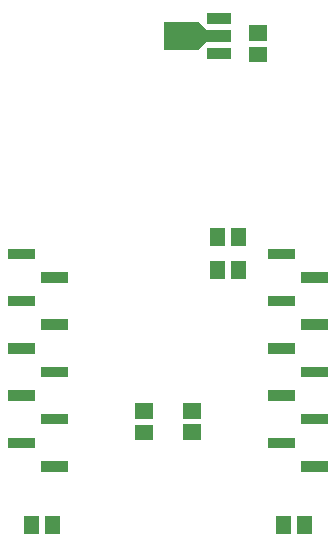
<source format=gbr>
G04 start of page 10 for group -4015 idx -4015 *
G04 Title: (unknown), toppaste *
G04 Creator: pcb 4.0.2 *
G04 CreationDate: Sat May 14 18:14:40 2022 UTC *
G04 For: railfan *
G04 Format: Gerber/RS-274X *
G04 PCB-Dimensions (mil): 1400.00 2300.00 *
G04 PCB-Coordinate-Origin: lower left *
%MOIN*%
%FSLAX25Y25*%
%LNTOPPASTE*%
%ADD33C,0.0001*%
G54D33*G36*
X83005Y180984D02*Y177204D01*
X90879D01*
Y180984D01*
X83005D01*
G37*
G36*
X75289Y186890D02*Y183110D01*
X90879D01*
Y186890D01*
X75289D01*
G37*
G36*
X68830Y189725D02*Y180275D01*
X80170D01*
Y189725D01*
X68830D01*
G37*
G36*
X83010Y183115D02*X81590Y184535D01*
X78750Y181695D01*
X80170Y180275D01*
X83010Y183115D01*
G37*
G36*
X80170Y189725D02*X78750Y188305D01*
X81590Y185465D01*
X83010Y186885D01*
X80170Y189725D01*
G37*
G36*
X83005Y192796D02*Y189016D01*
X90879D01*
Y192796D01*
X83005D01*
G37*
G36*
X97048Y188602D02*Y183484D01*
X102952D01*
Y188602D01*
X97048D01*
G37*
G36*
Y181516D02*Y176398D01*
X102952D01*
Y181516D01*
X97048D01*
G37*
G36*
X114291Y43319D02*Y39815D01*
X123307D01*
Y43319D01*
X114291D01*
G37*
G36*
Y59067D02*Y55563D01*
X123307D01*
Y59067D01*
X114291D01*
G37*
G36*
Y74815D02*Y71311D01*
X123307D01*
Y74815D01*
X114291D01*
G37*
G36*
Y90563D02*Y87059D01*
X123307D01*
Y90563D01*
X114291D01*
G37*
G36*
Y106311D02*Y102807D01*
X123307D01*
Y106311D01*
X114291D01*
G37*
G36*
X103307Y114185D02*Y110681D01*
X112323D01*
Y114185D01*
X103307D01*
G37*
G36*
Y98437D02*Y94933D01*
X112323D01*
Y98437D01*
X103307D01*
G37*
G36*
Y82689D02*Y79185D01*
X112323D01*
Y82689D01*
X103307D01*
G37*
G36*
Y66941D02*Y63437D01*
X112323D01*
Y66941D01*
X103307D01*
G37*
G36*
Y51193D02*Y47689D01*
X112323D01*
Y51193D01*
X103307D01*
G37*
G36*
X27677Y43319D02*Y39815D01*
X36693D01*
Y43319D01*
X27677D01*
G37*
G36*
Y59067D02*Y55563D01*
X36693D01*
Y59067D01*
X27677D01*
G37*
G36*
Y74815D02*Y71311D01*
X36693D01*
Y74815D01*
X27677D01*
G37*
G36*
Y90563D02*Y87059D01*
X36693D01*
Y90563D01*
X27677D01*
G37*
G36*
Y106311D02*Y102807D01*
X36693D01*
Y106311D01*
X27677D01*
G37*
G36*
X16693Y114185D02*Y110681D01*
X25709D01*
Y114185D01*
X16693D01*
G37*
G36*
Y98437D02*Y94933D01*
X25709D01*
Y98437D01*
X16693D01*
G37*
G36*
Y82689D02*Y79185D01*
X25709D01*
Y82689D01*
X16693D01*
G37*
G36*
Y66941D02*Y63437D01*
X25709D01*
Y66941D01*
X16693D01*
G37*
G36*
Y51193D02*Y47689D01*
X25709D01*
Y51193D01*
X16693D01*
G37*
G36*
X110973Y24952D02*X105855D01*
Y19048D01*
X110973D01*
Y24952D01*
G37*
G36*
X118059D02*X112941D01*
Y19048D01*
X118059D01*
Y24952D01*
G37*
G36*
X75048Y62645D02*Y57527D01*
X80952D01*
Y62645D01*
X75048D01*
G37*
G36*
Y55559D02*Y50441D01*
X80952D01*
Y55559D01*
X75048D01*
G37*
G36*
X59048Y62602D02*Y57484D01*
X64952D01*
Y62602D01*
X59048D01*
G37*
G36*
Y55516D02*Y50398D01*
X64952D01*
Y55516D01*
X59048D01*
G37*
G36*
X34059Y24952D02*X28941D01*
Y19048D01*
X34059D01*
Y24952D01*
G37*
G36*
X26973D02*X21855D01*
Y19048D01*
X26973D01*
Y24952D01*
G37*
G36*
X89016Y109952D02*X83898D01*
Y104048D01*
X89016D01*
Y109952D01*
G37*
G36*
X96102D02*X90984D01*
Y104048D01*
X96102D01*
Y109952D01*
G37*
G36*
X89016Y120952D02*X83898D01*
Y115048D01*
X89016D01*
Y120952D01*
G37*
G36*
X96102D02*X90984D01*
Y115048D01*
X96102D01*
Y120952D01*
G37*
M02*

</source>
